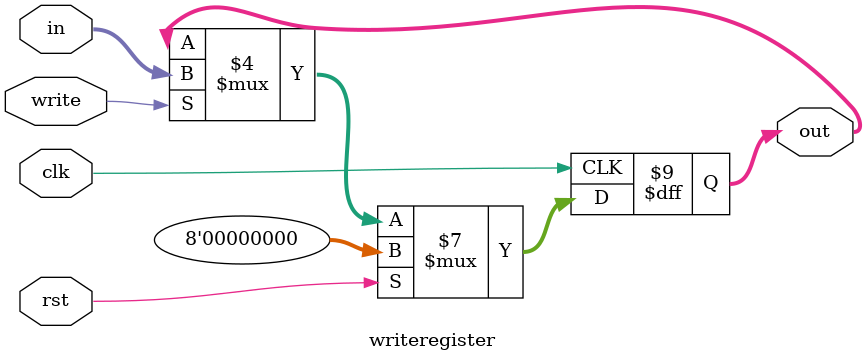
<source format=v>
 module writeregister #(parameter W = 8) (
	clk,
	in, out,rst, write
);
 	input clk;
	input [W-1:0] in;
	output reg [W-1:0] out;
	input rst;
	input write;

	initial
	begin
		out = {W{1'b0}};
	end

	always @(posedge clk)
	begin
		if (rst)
			out <= {W{1'b0}};
			else if (write)
			out <= in; 
			else
			out <= out;
	end
endmodule

</source>
